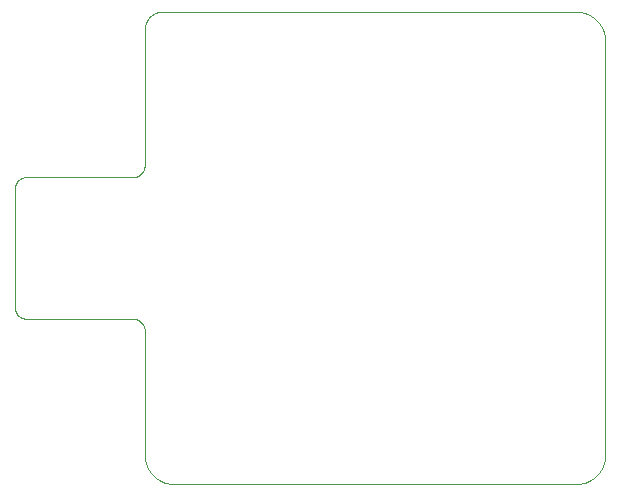
<source format=gbp>
G75*
%MOIN*%
%OFA0B0*%
%FSLAX25Y25*%
%IPPOS*%
%LPD*%
%AMOC8*
5,1,8,0,0,1.08239X$1,22.5*
%
%ADD10C,0.00000*%
D10*
X0056328Y0011043D02*
X0056328Y0052381D01*
X0056326Y0052505D01*
X0056320Y0052628D01*
X0056311Y0052752D01*
X0056297Y0052874D01*
X0056280Y0052997D01*
X0056258Y0053119D01*
X0056233Y0053240D01*
X0056204Y0053360D01*
X0056172Y0053479D01*
X0056135Y0053598D01*
X0056095Y0053715D01*
X0056052Y0053830D01*
X0056004Y0053945D01*
X0055953Y0054057D01*
X0055899Y0054168D01*
X0055841Y0054278D01*
X0055780Y0054385D01*
X0055715Y0054491D01*
X0055647Y0054594D01*
X0055576Y0054695D01*
X0055502Y0054794D01*
X0055425Y0054891D01*
X0055344Y0054985D01*
X0055261Y0055076D01*
X0055175Y0055165D01*
X0055086Y0055251D01*
X0054995Y0055334D01*
X0054901Y0055415D01*
X0054804Y0055492D01*
X0054705Y0055566D01*
X0054604Y0055637D01*
X0054501Y0055705D01*
X0054395Y0055770D01*
X0054288Y0055831D01*
X0054178Y0055889D01*
X0054067Y0055943D01*
X0053955Y0055994D01*
X0053840Y0056042D01*
X0053725Y0056085D01*
X0053608Y0056125D01*
X0053489Y0056162D01*
X0053370Y0056194D01*
X0053250Y0056223D01*
X0053129Y0056248D01*
X0053007Y0056270D01*
X0052884Y0056287D01*
X0052762Y0056301D01*
X0052638Y0056310D01*
X0052515Y0056316D01*
X0052391Y0056318D01*
X0016958Y0056318D01*
X0016834Y0056320D01*
X0016711Y0056326D01*
X0016587Y0056335D01*
X0016465Y0056349D01*
X0016342Y0056366D01*
X0016220Y0056388D01*
X0016099Y0056413D01*
X0015979Y0056442D01*
X0015860Y0056474D01*
X0015741Y0056511D01*
X0015624Y0056551D01*
X0015509Y0056594D01*
X0015394Y0056642D01*
X0015282Y0056693D01*
X0015171Y0056747D01*
X0015061Y0056805D01*
X0014954Y0056866D01*
X0014848Y0056931D01*
X0014745Y0056999D01*
X0014644Y0057070D01*
X0014545Y0057144D01*
X0014448Y0057221D01*
X0014354Y0057302D01*
X0014263Y0057385D01*
X0014174Y0057471D01*
X0014088Y0057560D01*
X0014005Y0057651D01*
X0013924Y0057745D01*
X0013847Y0057842D01*
X0013773Y0057941D01*
X0013702Y0058042D01*
X0013634Y0058145D01*
X0013569Y0058251D01*
X0013508Y0058358D01*
X0013450Y0058468D01*
X0013396Y0058579D01*
X0013345Y0058691D01*
X0013297Y0058806D01*
X0013254Y0058921D01*
X0013214Y0059038D01*
X0013177Y0059157D01*
X0013145Y0059276D01*
X0013116Y0059396D01*
X0013091Y0059517D01*
X0013069Y0059639D01*
X0013052Y0059762D01*
X0013038Y0059884D01*
X0013029Y0060008D01*
X0013023Y0060131D01*
X0013021Y0060255D01*
X0013021Y0099625D01*
X0013023Y0099749D01*
X0013029Y0099872D01*
X0013038Y0099996D01*
X0013052Y0100118D01*
X0013069Y0100241D01*
X0013091Y0100363D01*
X0013116Y0100484D01*
X0013145Y0100604D01*
X0013177Y0100723D01*
X0013214Y0100842D01*
X0013254Y0100959D01*
X0013297Y0101074D01*
X0013345Y0101189D01*
X0013396Y0101301D01*
X0013450Y0101412D01*
X0013508Y0101522D01*
X0013569Y0101629D01*
X0013634Y0101735D01*
X0013702Y0101838D01*
X0013773Y0101939D01*
X0013847Y0102038D01*
X0013924Y0102135D01*
X0014005Y0102229D01*
X0014088Y0102320D01*
X0014174Y0102409D01*
X0014263Y0102495D01*
X0014354Y0102578D01*
X0014448Y0102659D01*
X0014545Y0102736D01*
X0014644Y0102810D01*
X0014745Y0102881D01*
X0014848Y0102949D01*
X0014954Y0103014D01*
X0015061Y0103075D01*
X0015171Y0103133D01*
X0015282Y0103187D01*
X0015394Y0103238D01*
X0015509Y0103286D01*
X0015624Y0103329D01*
X0015741Y0103369D01*
X0015860Y0103406D01*
X0015979Y0103438D01*
X0016099Y0103467D01*
X0016220Y0103492D01*
X0016342Y0103514D01*
X0016465Y0103531D01*
X0016587Y0103545D01*
X0016711Y0103554D01*
X0016834Y0103560D01*
X0016958Y0103562D01*
X0052391Y0103562D01*
X0052515Y0103564D01*
X0052638Y0103570D01*
X0052762Y0103579D01*
X0052884Y0103593D01*
X0053007Y0103610D01*
X0053129Y0103632D01*
X0053250Y0103657D01*
X0053370Y0103686D01*
X0053489Y0103718D01*
X0053608Y0103755D01*
X0053725Y0103795D01*
X0053840Y0103838D01*
X0053955Y0103886D01*
X0054067Y0103937D01*
X0054178Y0103991D01*
X0054288Y0104049D01*
X0054395Y0104110D01*
X0054501Y0104175D01*
X0054604Y0104243D01*
X0054705Y0104314D01*
X0054804Y0104388D01*
X0054901Y0104465D01*
X0054995Y0104546D01*
X0055086Y0104629D01*
X0055175Y0104715D01*
X0055261Y0104804D01*
X0055344Y0104895D01*
X0055425Y0104989D01*
X0055502Y0105086D01*
X0055576Y0105185D01*
X0055647Y0105286D01*
X0055715Y0105389D01*
X0055780Y0105495D01*
X0055841Y0105602D01*
X0055899Y0105712D01*
X0055953Y0105823D01*
X0056004Y0105935D01*
X0056052Y0106050D01*
X0056095Y0106165D01*
X0056135Y0106282D01*
X0056172Y0106401D01*
X0056204Y0106520D01*
X0056233Y0106640D01*
X0056258Y0106761D01*
X0056280Y0106883D01*
X0056297Y0107006D01*
X0056311Y0107128D01*
X0056320Y0107252D01*
X0056326Y0107375D01*
X0056328Y0107499D01*
X0056328Y0152775D01*
X0056330Y0152927D01*
X0056336Y0153079D01*
X0056346Y0153231D01*
X0056359Y0153382D01*
X0056377Y0153533D01*
X0056398Y0153684D01*
X0056424Y0153834D01*
X0056453Y0153983D01*
X0056486Y0154132D01*
X0056523Y0154279D01*
X0056563Y0154426D01*
X0056608Y0154571D01*
X0056656Y0154715D01*
X0056708Y0154858D01*
X0056763Y0155000D01*
X0056822Y0155140D01*
X0056885Y0155279D01*
X0056951Y0155416D01*
X0057021Y0155551D01*
X0057094Y0155684D01*
X0057171Y0155815D01*
X0057251Y0155945D01*
X0057334Y0156072D01*
X0057420Y0156197D01*
X0057510Y0156320D01*
X0057603Y0156440D01*
X0057699Y0156558D01*
X0057798Y0156674D01*
X0057900Y0156787D01*
X0058004Y0156897D01*
X0058112Y0157005D01*
X0058222Y0157109D01*
X0058335Y0157211D01*
X0058451Y0157310D01*
X0058569Y0157406D01*
X0058689Y0157499D01*
X0058812Y0157589D01*
X0058937Y0157675D01*
X0059064Y0157758D01*
X0059194Y0157838D01*
X0059325Y0157915D01*
X0059458Y0157988D01*
X0059593Y0158058D01*
X0059730Y0158124D01*
X0059869Y0158187D01*
X0060009Y0158246D01*
X0060151Y0158301D01*
X0060294Y0158353D01*
X0060438Y0158401D01*
X0060583Y0158446D01*
X0060730Y0158486D01*
X0060877Y0158523D01*
X0061026Y0158556D01*
X0061175Y0158585D01*
X0061325Y0158611D01*
X0061476Y0158632D01*
X0061627Y0158650D01*
X0061778Y0158663D01*
X0061930Y0158673D01*
X0062082Y0158679D01*
X0062234Y0158681D01*
X0062234Y0158680D02*
X0200029Y0158680D01*
X0200029Y0158681D02*
X0200267Y0158678D01*
X0200505Y0158670D01*
X0200742Y0158655D01*
X0200979Y0158635D01*
X0201215Y0158609D01*
X0201451Y0158578D01*
X0201686Y0158541D01*
X0201920Y0158498D01*
X0202153Y0158449D01*
X0202385Y0158395D01*
X0202615Y0158335D01*
X0202844Y0158270D01*
X0203071Y0158199D01*
X0203296Y0158123D01*
X0203519Y0158041D01*
X0203741Y0157954D01*
X0203960Y0157862D01*
X0204177Y0157764D01*
X0204391Y0157662D01*
X0204603Y0157554D01*
X0204813Y0157440D01*
X0205019Y0157322D01*
X0205223Y0157199D01*
X0205423Y0157071D01*
X0205620Y0156939D01*
X0205815Y0156801D01*
X0206005Y0156659D01*
X0206193Y0156512D01*
X0206376Y0156361D01*
X0206556Y0156206D01*
X0206732Y0156046D01*
X0206904Y0155882D01*
X0207073Y0155713D01*
X0207237Y0155541D01*
X0207397Y0155365D01*
X0207552Y0155185D01*
X0207703Y0155002D01*
X0207850Y0154814D01*
X0207992Y0154624D01*
X0208130Y0154429D01*
X0208262Y0154232D01*
X0208390Y0154032D01*
X0208513Y0153828D01*
X0208631Y0153622D01*
X0208745Y0153412D01*
X0208853Y0153200D01*
X0208955Y0152986D01*
X0209053Y0152769D01*
X0209145Y0152550D01*
X0209232Y0152328D01*
X0209314Y0152105D01*
X0209390Y0151880D01*
X0209461Y0151653D01*
X0209526Y0151424D01*
X0209586Y0151194D01*
X0209640Y0150962D01*
X0209689Y0150729D01*
X0209732Y0150495D01*
X0209769Y0150260D01*
X0209800Y0150024D01*
X0209826Y0149788D01*
X0209846Y0149551D01*
X0209861Y0149314D01*
X0209869Y0149076D01*
X0209872Y0148838D01*
X0209871Y0148838D02*
X0209871Y0011043D01*
X0209872Y0011043D02*
X0209869Y0010805D01*
X0209861Y0010567D01*
X0209846Y0010330D01*
X0209826Y0010093D01*
X0209800Y0009857D01*
X0209769Y0009621D01*
X0209732Y0009386D01*
X0209689Y0009152D01*
X0209640Y0008919D01*
X0209586Y0008687D01*
X0209526Y0008457D01*
X0209461Y0008228D01*
X0209390Y0008001D01*
X0209314Y0007776D01*
X0209232Y0007553D01*
X0209145Y0007331D01*
X0209053Y0007112D01*
X0208955Y0006895D01*
X0208853Y0006681D01*
X0208745Y0006469D01*
X0208631Y0006259D01*
X0208513Y0006053D01*
X0208390Y0005849D01*
X0208262Y0005649D01*
X0208130Y0005452D01*
X0207992Y0005257D01*
X0207850Y0005067D01*
X0207703Y0004879D01*
X0207552Y0004696D01*
X0207397Y0004516D01*
X0207237Y0004340D01*
X0207073Y0004168D01*
X0206904Y0003999D01*
X0206732Y0003835D01*
X0206556Y0003675D01*
X0206376Y0003520D01*
X0206193Y0003369D01*
X0206005Y0003222D01*
X0205815Y0003080D01*
X0205620Y0002942D01*
X0205423Y0002810D01*
X0205223Y0002682D01*
X0205019Y0002559D01*
X0204813Y0002441D01*
X0204603Y0002327D01*
X0204391Y0002219D01*
X0204177Y0002117D01*
X0203960Y0002019D01*
X0203741Y0001927D01*
X0203519Y0001840D01*
X0203296Y0001758D01*
X0203071Y0001682D01*
X0202844Y0001611D01*
X0202615Y0001546D01*
X0202385Y0001486D01*
X0202153Y0001432D01*
X0201920Y0001383D01*
X0201686Y0001340D01*
X0201451Y0001303D01*
X0201215Y0001272D01*
X0200979Y0001246D01*
X0200742Y0001226D01*
X0200505Y0001211D01*
X0200267Y0001203D01*
X0200029Y0001200D01*
X0066171Y0001200D01*
X0065933Y0001203D01*
X0065695Y0001211D01*
X0065458Y0001226D01*
X0065221Y0001246D01*
X0064985Y0001272D01*
X0064749Y0001303D01*
X0064514Y0001340D01*
X0064280Y0001383D01*
X0064047Y0001432D01*
X0063815Y0001486D01*
X0063585Y0001546D01*
X0063356Y0001611D01*
X0063129Y0001682D01*
X0062904Y0001758D01*
X0062681Y0001840D01*
X0062459Y0001927D01*
X0062240Y0002019D01*
X0062023Y0002117D01*
X0061809Y0002219D01*
X0061597Y0002327D01*
X0061387Y0002441D01*
X0061181Y0002559D01*
X0060977Y0002682D01*
X0060777Y0002810D01*
X0060580Y0002942D01*
X0060385Y0003080D01*
X0060195Y0003222D01*
X0060007Y0003369D01*
X0059824Y0003520D01*
X0059644Y0003675D01*
X0059468Y0003835D01*
X0059296Y0003999D01*
X0059127Y0004168D01*
X0058963Y0004340D01*
X0058803Y0004516D01*
X0058648Y0004696D01*
X0058497Y0004879D01*
X0058350Y0005067D01*
X0058208Y0005257D01*
X0058070Y0005452D01*
X0057938Y0005649D01*
X0057810Y0005849D01*
X0057687Y0006053D01*
X0057569Y0006259D01*
X0057455Y0006469D01*
X0057347Y0006681D01*
X0057245Y0006895D01*
X0057147Y0007112D01*
X0057055Y0007331D01*
X0056968Y0007553D01*
X0056886Y0007776D01*
X0056810Y0008001D01*
X0056739Y0008228D01*
X0056674Y0008457D01*
X0056614Y0008687D01*
X0056560Y0008919D01*
X0056511Y0009152D01*
X0056468Y0009386D01*
X0056431Y0009621D01*
X0056400Y0009857D01*
X0056374Y0010093D01*
X0056354Y0010330D01*
X0056339Y0010567D01*
X0056331Y0010805D01*
X0056328Y0011043D01*
M02*

</source>
